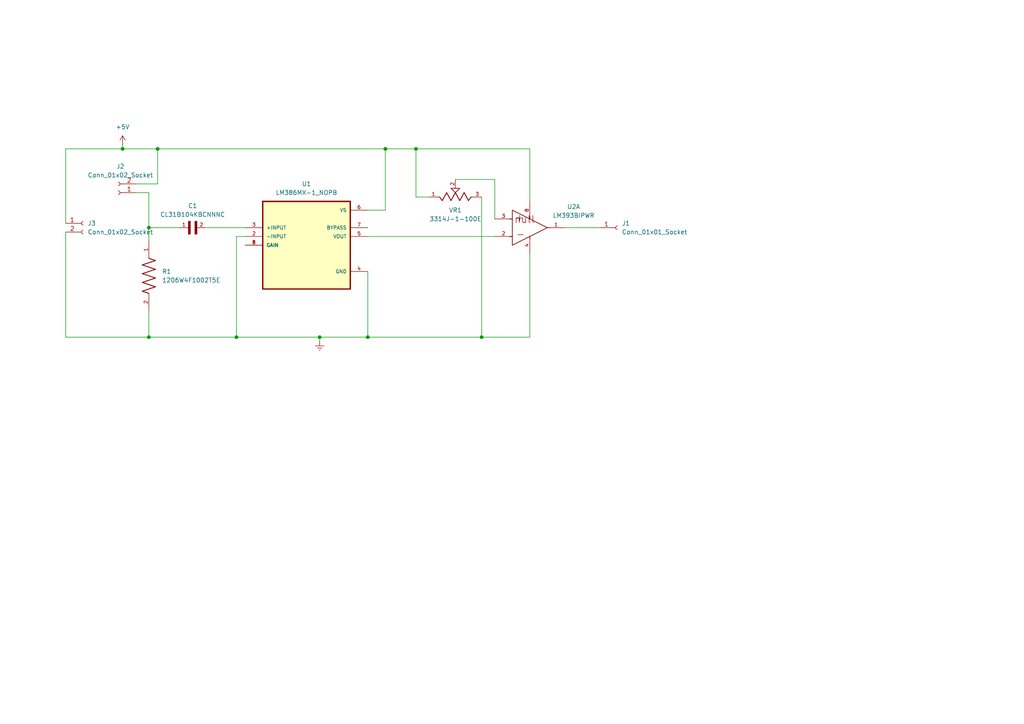
<source format=kicad_sch>
(kicad_sch (version 20250114) (generator "eeschema") (generator_version "9.0")
  (paper "A4")
  (lib_symbols
    (symbol "1206W4F1002T5E:1206W4F1002T5E" (pin_names (offset 1.016))
      (property "Reference" "R" (at -5.08 2.54 0))
      (property "Value" "1206W4F1002T5E" (at -5.08 -3.81 0))
      (symbol "1206W4F1002T5E_0_0"
        (polyline (pts (xy -5.08 0) (xy -4.445 1.905)) (stroke (width 0.254)))
        (polyline (pts (xy -4.445 1.905) (xy -3.175 -1.905)) (stroke (width 0.254)))
        (polyline (pts (xy -3.175 -1.905) (xy -1.905 1.905)) (stroke (width 0.254)))
        (polyline (pts (xy -1.905 1.905) (xy -0.635 -1.905)) (stroke (width 0.254)))
        (polyline (pts (xy -0.635 -1.905) (xy 0.635 1.905)) (stroke (width 0.254)))
        (polyline (pts (xy 0.635 1.905) (xy 1.905 -1.905)) (stroke (width 0.254)))
        (polyline (pts (xy 1.905 -1.905) (xy 3.175 1.905)) (stroke (width 0.254)))
        (polyline (pts (xy 3.175 1.905) (xy 4.445 -1.905)) (stroke (width 0.254)))
        (polyline (pts (xy 4.445 -1.905) (xy 5.08 0)) (stroke (width 0.254)))
        (pin passive line (at -10.16 0 0) (length 5.08) (name "~") (number "1"))
        (pin passive line (at 10.16 0 180) (length 5.08) (name "~") (number "2"))
      )
    )
    (symbol "3314J-1-100E:3314J-1-100E" (pin_names (offset 1.016))
      (property "Reference" "VR" (at -5.08 10.16 0))
      (property "Value" "3314J-1-100E" (at -5.08 -5.08 0))
      (symbol "3314J-1-100E_0_0"
        (polyline (pts (xy -4.572 0) (xy -5.08 0)) (stroke (width 0.1524)))
        (polyline (pts (xy -3.81 -1.016) (xy -4.572 0)) (stroke (width 0.254)))
        (polyline (pts (xy -2.54 1.27) (xy -3.81 -1.016)) (stroke (width 0.254)))
        (polyline (pts (xy -1.27 2.54) (xy 1.27 2.54)) (stroke (width 0.2032)))
        (polyline (pts (xy -1.27 -1.016) (xy -2.54 1.27)) (stroke (width 0.254)))
        (polyline (pts (xy 0 1.27) (xy -1.27 2.54)) (stroke (width 0.2032)))
        (polyline (pts (xy 0 1.27) (xy -1.27 -1.016)) (stroke (width 0.254)))
        (polyline (pts (xy 1.27 2.54) (xy 0 1.27)) (stroke (width 0.2032)))
        (polyline (pts (xy 1.27 -1.016) (xy 0 1.27)) (stroke (width 0.254)))
        (polyline (pts (xy 2.54 1.27) (xy 1.27 -1.016)) (stroke (width 0.254)))
        (polyline (pts (xy 3.81 -1.016) (xy 2.54 1.27)) (stroke (width 0.254)))
        (polyline (pts (xy 4.572 0) (xy 3.81 -1.016)) (stroke (width 0.254)))
        (polyline (pts (xy 5.08 0) (xy 4.572 0)) (stroke (width 0.1524)))
        (pin passive line (at -7.62 0 0) (length 2.54) (name "~") (number "1"))
        (pin passive line (at 0 5.08 270) (length 2.54) (name "~") (number "2"))
        (pin passive line (at 7.62 0 180) (length 2.54) (name "~") (number "3"))
      )
    )
    (symbol "CL31B104KBCNNNC:CL31B104KBCNNNC" (pin_names (offset 1.016))
      (property "Reference" "C" (at 0 3.8109 0))
      (property "Value" "CL31B104KBCNNNC" (at 0 -5.0885 0))
      (symbol "CL31B104KBCNNNC_0_0"
        (rectangle (start 0 -1.9069) (end 0.635 1.905) (stroke (width 0.1)) (fill (type outline)))
        (rectangle (start 1.9069 -1.9069) (end 2.54 1.905) (stroke (width 0.1)) (fill (type outline)))
        (pin passive line (at -2.54 0 0) (length 2.54) (name "~") (number "1"))
        (pin passive line (at 5.08 0 180) (length 2.54) (name "~") (number "2"))
      )
    )
    (symbol "Connector:Conn_01x01_Socket" (pin_names (offset 1.016) (hide yes))
      (property "Reference" "J" (at 0 2.54 0))
      (property "Value" "Conn_01x01_Socket" (at 0 -2.54 0))
      (symbol "Conn_01x01_Socket_1_1"
        (polyline (pts (xy -1.27 0) (xy -0.508 0)) (stroke (width 0.1524)))
        (arc (start 0 -0.508) (mid -0.5058 0) (end 0 0.508) (stroke (width 0.1524)))
        (pin passive line (at -5.08 0 0) (length 3.81) (name "Pin_1") (number "1"))
      )
    )
    (symbol "Connector:Conn_01x02_Socket" (pin_names (offset 1.016) (hide yes))
      (property "Reference" "J" (at 0 2.54 0))
      (property "Value" "Conn_01x02_Socket" (at 0 -5.08 0))
      (symbol "Conn_01x02_Socket_1_1"
        (polyline (pts (xy -1.27 0) (xy -0.508 0)) (stroke (width 0.1524)))
        (polyline (pts (xy -1.27 -2.54) (xy -0.508 -2.54)) (stroke (width 0.1524)))
        (arc (start 0 -0.508) (mid -0.5058 0) (end 0 0.508) (stroke (width 0.1524)))
        (arc (start 0 -3.048) (mid -0.5058 -2.54) (end 0 -2.032) (stroke (width 0.1524)))
        (pin passive line (at -5.08 0 0) (length 3.81) (name "Pin_1") (number "1"))
        (pin passive line (at -5.08 -2.54 0) (length 3.81) (name "Pin_2") (number "2"))
      )
    )
    (symbol "LM386MX-1_NOPB:LM386MX-1_NOPB" (pin_names (offset 1.016))
      (property "Reference" "U" (at -12.7 13.7 0))
      (property "Value" "LM386MX-1_NOPB" (at -12.7 -16.7 0))
      (symbol "LM386MX-1_NOPB_0_0"
        (rectangle (start -12.7 -12.7) (end 12.7 12.7) (stroke (width 0.41)) (fill (type background)))
        (pin input line (at -17.78 5.08 0) (length 5.08) (name "+INPUT") (number "3"))
        (pin input line (at -17.78 2.54 0) (length 5.08) (name "-INPUT") (number "2"))
        (pin input line (at -17.78 0 0) (length 5.08) (name "GAIN") (number "1"))
        (pin input line (at -17.78 0 0) (length 5.08) (name "GAIN") (number "8"))
        (pin power_in line (at 17.78 10.16 180) (length 5.08) (name "VS") (number "6"))
        (pin output line (at 17.78 5.08 180) (length 5.08) (name "BYPASS") (number "7"))
        (pin output line (at 17.78 2.54 180) (length 5.08) (name "VOUT") (number "5"))
        (pin power_in line (at 17.78 -7.62 180) (length 5.08) (name "GND") (number "4"))
      )
    )
    (symbol "LM393BIPWR:LM393BIPWR" (pin_names (offset 1.016))
      (property "Reference" "U" (at -4.7244 1.4986 0))
      (symbol "LM393BIPWR_1_0"
        (polyline (pts (xy 5.08 2.54) (xy 10.16 0)) (stroke (width 0.2032)))
        (polyline (pts (xy 5.08 0) (xy 4.318 0)) (stroke (width 0.2032)))
        (polyline (pts (xy 5.08 0) (xy 5.08 2.54)) (stroke (width 0.2032)))
        (polyline (pts (xy 5.08 -5.08) (xy 4.318 -5.08)) (stroke (width 0.2032)))
        (polyline (pts (xy 5.08 -5.08) (xy 5.08 0)) (stroke (width 0.2032)))
        (polyline (pts (xy 5.08 -7.62) (xy 5.08 -5.08)) (stroke (width 0.2032)))
        (polyline (pts (xy 5.08 -7.62) (xy 10.16 -5.08)) (stroke (width 0.2032)))
        (polyline (pts (xy 10.16 0) (xy 10.16 0.762)) (stroke (width 0.2032)))
        (polyline (pts (xy 10.16 0) (xy 15.24 -2.54)) (stroke (width 0.2032)))
        (polyline (pts (xy 10.16 -5.08) (xy 10.16 -5.842)) (stroke (width 0.2032)))
        (polyline (pts (xy 10.16 -5.08) (xy 15.24 -2.54)) (stroke (width 0.2032)))
        (polyline (pts (xy 15.24 -2.54) (xy 16.002 -2.54)) (stroke (width 0.2032)))
        (text "null" (at 5.588 -1.3208 0) (effects (font (size 2.0828 2.0828)) (justify left bottom)))
        (text "+" (at 5.842 -0.8128 0) (effects (font (size 2.0828 2.0828)) (justify left bottom)))
        (text "-" (at 6.096 -5.6388 0) (effects (font (size 2.0828 2.0828)) (justify left bottom)))
        (pin tri_state line (at 0 0 0) (length 5.08) (name "~") (number "3"))
        (pin tri_state line (at 0 -5.08 0) (length 5.08) (name "~") (number "2"))
        (pin power_in line (at 10.16 5.08 270) (length 5.08) (name "~") (number "8"))
        (pin power_in line (at 10.16 -10.16 90) (length 5.08) (name "~") (number "4"))
        (pin output line (at 20.32 -2.54 180) (length 5.08) (name "~") (number "1"))
      )
      (symbol "LM393BIPWR_2_0"
        (polyline (pts (xy 5.08 2.54) (xy 12.7 -2.54)) (stroke (width 0.2032)))
        (polyline (pts (xy 5.08 0) (xy 4.318 0)) (stroke (width 0.2032)))
        (polyline (pts (xy 5.08 0) (xy 5.08 2.54)) (stroke (width 0.2032)))
        (polyline (pts (xy 5.08 -5.08) (xy 4.318 -5.08)) (stroke (width 0.2032)))
        (polyline (pts (xy 5.08 -5.08) (xy 5.08 0)) (stroke (width 0.2032)))
        (polyline (pts (xy 5.08 -7.62) (xy 5.08 -5.08)) (stroke (width 0.2032)))
        (polyline (pts (xy 5.08 -7.62) (xy 12.7 -2.54)) (stroke (width 0.2032)))
        (polyline (pts (xy 12.7 -2.54) (xy 13.462 -2.54)) (stroke (width 0.2032)))
        (text "+" (at 5.588 -0.8128 0) (effects (font (size 2.0828 2.0828)) (justify left bottom)))
        (text "null" (at 5.588 -1.3208 0) (effects (font (size 2.0828 2.0828)) (justify left bottom)))
        (text "-" (at 5.842 -5.8928 0) (effects (font (size 2.0828 2.0828)) (justify left bottom)))
        (pin tri_state line (at 0 0 0) (length 5.08) (name "~") (number "5"))
        (pin tri_state line (at 0 -5.08 0) (length 5.08) (name "~") (number "6"))
        (pin output line (at 17.78 -2.54 180) (length 5.08) (name "~") (number "7"))
      )
    )
    (symbol "power:+5V" (power) (pin_numbers (hide yes)) (pin_names (offset 0) (hide yes))
      (property "Value" "+5V" (at 0 3.556 0))
      (symbol "+5V_0_1"
        (polyline (pts (xy -0.762 1.27) (xy 0 2.54)))
        (polyline (pts (xy 0 2.54) (xy 0.762 1.27)))
        (polyline (pts (xy 0 0) (xy 0 2.54)))
      )
      (symbol "+5V_1_1"
        (pin power_in line (at 0 0 90) (length 0) (name "~") (number "1"))
      )
    )
    (symbol "power:Earth" (power) (pin_numbers (hide yes)) (pin_names (offset 0) (hide yes))
      (property "Value" "Earth" (at 0 -3.81 0))
      (symbol "Earth_0_1"
        (polyline (pts (xy -0.635 -1.905) (xy 0.635 -1.905)))
        (polyline (pts (xy -0.127 -2.54) (xy 0.127 -2.54)))
        (polyline (pts (xy 0 -1.27) (xy 0 0)))
        (polyline (pts (xy 1.27 -1.27) (xy -1.27 -1.27)))
      )
      (symbol "Earth_1_1"
        (pin power_in line (at 0 0 270) (length 0) (name "~") (number "1"))
      )
    )
  )
  (junction (at 68.58 97.79))
  (junction (at 106.68 97.79))
  (junction (at 139.7 97.79))
  (junction (at 45.72 43.18))
  (junction (at 35.56 43.18))
  (junction (at 43.18 97.79))
  (junction (at 111.76 43.18))
  (junction (at 43.18 66.04))
  (junction (at 92.71 97.79))
  (junction (at 120.65 43.18))
  (wire (pts (xy 19.05 97.79) (xy 43.18 97.79)))
  (wire (pts (xy 43.18 97.79) (xy 68.58 97.79)))
  (wire (pts (xy 120.65 57.15) (xy 120.65 43.18)))
  (wire (pts (xy 139.7 57.15) (xy 139.7 97.79)))
  (wire (pts (xy 19.05 43.18) (xy 19.05 64.77)))
  (wire (pts (xy 43.18 90.17) (xy 43.18 97.79)))
  (wire (pts (xy 71.12 68.58) (xy 68.58 68.58)))
  (wire (pts (xy 111.76 43.18) (xy 111.76 60.96)))
  (wire (pts (xy 43.18 66.04) (xy 43.18 69.85)))
  (wire (pts (xy 39.37 55.88) (xy 43.18 55.88)))
  (wire (pts (xy 106.68 97.79) (xy 92.71 97.79)))
  (wire (pts (xy 45.72 43.18) (xy 45.72 53.34)))
  (wire (pts (xy 153.67 43.18) (xy 120.65 43.18)))
  (wire (pts (xy 143.51 52.07) (xy 143.51 63.5)))
  (wire (pts (xy 68.58 68.58) (xy 68.58 97.79)))
  (wire (pts (xy 106.68 78.74) (xy 106.68 97.79)))
  (wire (pts (xy 39.37 53.34) (xy 45.72 53.34)))
  (wire (pts (xy 43.18 55.88) (xy 43.18 66.04)))
  (wire (pts (xy 59.69 66.04) (xy 71.12 66.04)))
  (wire (pts (xy 68.58 97.79) (xy 92.71 97.79)))
  (wire (pts (xy 153.67 58.42) (xy 153.67 43.18)))
  (wire (pts (xy 92.71 97.79) (xy 92.71 99.06)))
  (wire (pts (xy 120.65 57.15) (xy 124.46 57.15)))
  (wire (pts (xy 153.67 73.66) (xy 153.67 97.79)))
  (wire (pts (xy 111.76 43.18) (xy 45.72 43.18)))
  (wire (pts (xy 35.56 43.18) (xy 35.56 41.91)))
  (wire (pts (xy 19.05 43.18) (xy 35.56 43.18)))
  (wire (pts (xy 106.68 68.58) (xy 143.51 68.58)))
  (wire (pts (xy 43.18 66.04) (xy 52.07 66.04)))
  (wire (pts (xy 139.7 97.79) (xy 106.68 97.79)))
  (wire (pts (xy 106.68 60.96) (xy 111.76 60.96)))
  (wire (pts (xy 120.65 43.18) (xy 111.76 43.18)))
  (wire (pts (xy 45.72 43.18) (xy 35.56 43.18)))
  (wire (pts (xy 163.83 66.04) (xy 173.99 66.04)))
  (wire (pts (xy 153.67 97.79) (xy 139.7 97.79)))
  (wire (pts (xy 19.05 67.31) (xy 19.05 97.79)))
  (wire (pts (xy 132.08 52.07) (xy 143.51 52.07)))
  (symbol (lib_id "Connector:Conn_01x02_Socket") (at 34.29 55.88 180) (unit 1) (in_bom no)
    (property "Reference" "J2" (at 34.925 48.26 0))
    (property "Value" "Conn_01x02_Socket" (at 34.925 50.8 0))
    (property "Footprint" "Connector_Wire:SolderWire-0.5sqmm_1x02_P4.6mm_D0.9mm_OD2.1mm" (effects (hide yes)))
    (property "Description" "Generic connector, single row, 01x02, script generated" (effects (hide yes)))
  )
  (symbol (lib_id "LM386MX-1_NOPB:LM386MX-1_NOPB") (at 88.9 71.12 0) (unit 1)
    (property "Reference" "U1" (at 88.9 53.34 0))
    (property "Value" "LM386MX-1_NOPB" (at 88.9 55.88 0))
    (property "Footprint" "LM386MX-1_NOPB:SOIC127P599X175-8N" (effects (hide yes)))
    (property "MF" "Texas Instruments" (effects (hide yes)))
    (property "Description_1" "700-mW, mono, 5- to 18-V, analog input Class-AB audio amplifier" (effects (hide yes)))
    (property "Package" "SOIC-8 Texas Instruments" (effects (hide yes)))
    (property "Price" "None" (effects (hide yes)))
    (property "SnapEDA_Link" "https://www.snapeda.com/parts/LM386MX-1/NOPB/Texas+Instruments/view-part/?ref=snap" (effects (hide yes)))
    (property "MP" "LM386MX-1/NOPB" (effects (hide yes)))
    (property "Availability" "In Stock" (effects (hide yes)))
    (property "Check_prices" "https://www.snapeda.com/parts/LM386MX-1/NOPB/Texas+Instruments/view-part/?ref=eda" (effects (hide yes)))
  )
  (symbol (lib_id "Connector:Conn_01x02_Socket") (at 24.13 64.77 0) (unit 1) (in_bom no)
    (property "Reference" "J3" (at 25.4 64.7699 0) (effects (justify left)))
    (property "Value" "Conn_01x02_Socket" (at 25.4 67.3099 0) (effects (justify left)))
    (property "Footprint" "Connector_Wire:SolderWire-0.1sqmm_1x02_P3.6mm_D0.4mm_OD1mm" (effects (hide yes)))
    (property "Description" "Generic connector, single row, 01x02, script generated" (effects (hide yes)))
  )
  (symbol (lib_id "CL31B104KBCNNNC:CL31B104KBCNNNC") (at 54.61 66.04 0) (unit 1)
    (property "Reference" "C1" (at 55.88 59.69 0))
    (property "Value" "CL31B104KBCNNNC" (at 55.88 62.23 0))
    (property "Footprint" "CL31B104KBCNNNC:CAPC3216X100N" (effects (hide yes)))
    (property "L1_min" "0.2" (effects (hide yes)))
    (property "Check_prices" "https://www.snapeda.com/parts/CL31B104KBCNNNC/Samsung/view-part/?ref=eda" (effects (hide yes)))
    (property "Package" "SMD-2 Samsung" (effects (hide yes)))
    (property "SnapEDA_Link" "https://www.snapeda.com/parts/CL31B104KBCNNNC/Samsung/view-part/?ref=snap" (effects (hide yes)))
    (property "STANDARD" "IPC 7351B" (effects (hide yes)))
    (property "E_min" "1.45" (effects (hide yes)))
    (property "MF" "Samsung Electro-Mechanics" (effects (hide yes)))
    (property "D_min" "3.05" (effects (hide yes)))
    (property "D_nom" "3.2" (effects (hide yes)))
    (property "L_min" "0.2" (effects (hide yes)))
    (property "E_max" "1.75" (effects (hide yes)))
    (property "L_max" "0.8" (effects (hide yes)))
    (property "A_max" "1.0" (effects (hide yes)))
    (property "L1_nom" "0.5" (effects (hide yes)))
    (property "Description_1" "Ceramic capacitor SMD 1206 100 nF 50 V 10 % Samsung Electro-Mechanics CL31B104KBCNNNC 4000 pc(s)" (effects (hide yes)))
    (property "D_max" "3.35" (effects (hide yes)))
    (property "A_nom" "1.0" (effects (hide yes)))
    (property "L1_max" "0.8" (effects (hide yes)))
    (property "A_min" "1.0" (effects (hide yes)))
    (property "Availability" "In Stock" (effects (hide yes)))
    (property "MP" "CL31B104KBCNNNC" (effects (hide yes)))
    (property "E_nom" "1.6" (effects (hide yes)))
    (property "MANUFACTURER" "Samsung Electro-Mechanics" (effects (hide yes)))
    (property "Price" "None" (effects (hide yes)))
    (property "L_nom" "0.5" (effects (hide yes)))
  )
  (symbol (lib_id "1206W4F1002T5E:1206W4F1002T5E") (at 43.18 80.01 270) (unit 1)
    (property "Reference" "R1" (at 46.99 78.7399 90) (effects (justify left)))
    (property "Value" "1206W4F1002T5E" (at 46.99 81.2799 90) (effects (justify left)))
    (property "Footprint" "1206W4F1002T5E:RESC3115X65N" (effects (hide yes)))
    (property "MF" "Uni-Royal" (effects (hide yes)))
    (property "MAXIMUM_PACKAGE_HEIGHT" "0.65mm" (effects (hide yes)))
    (property "Package" "1206-2 ROYAL" (effects (hide yes)))
    (property "Price" "None" (effects (hide yes)))
    (property "Check_prices" "https://www.snapeda.com/parts/1206W4F1002T5E/Uni-Royal/view-part/?ref=eda" (effects (hide yes)))
    (property "STANDARD" "IPC-7351B" (effects (hide yes)))
    (property "PARTREV" "V3" (effects (hide yes)))
    (property "SnapEDA_Link" "https://www.snapeda.com/parts/1206W4F1002T5E/Uni-Royal/view-part/?ref=snap" (effects (hide yes)))
    (property "MP" "1206W4F1002T5E" (effects (hide yes)))
    (property "Description_1" "10K Ohm 1/4W Thick Film Resistor 1206 Chip - Surface Mount" (effects (hide yes)))
    (property "Availability" "Not in stock" (effects (hide yes)))
    (property "MANUFACTURER" "Uni-Royal" (effects (hide yes)))
  )
  (symbol (lib_id "3314J-1-100E:3314J-1-100E") (at 132.08 57.15 0) (unit 1)
    (property "Reference" "VR1" (at 132.08 60.96 0))
    (property "Value" "3314J-1-100E" (at 132.08 63.5 0))
    (property "Footprint" "3314J-1-100E:TRIM_3314J-1-100E" (effects (hide yes)))
    (property "MF" "Bourns" (effects (hide yes)))
    (property "Description_1" "10 Ohms 0.25W, 1/4W J Lead Surface Mount Trimmer Potentiometer Cermet 1.0 Turn Top Adjustment" (effects (hide yes)))
    (property "Package" "NON STANDARD-4 Bourns" (effects (hide yes)))
    (property "Price" "None" (effects (hide yes)))
    (property "Check_prices" "https://www.snapeda.com/parts/3314J-1-100E/Bourns/view-part/?ref=eda" (effects (hide yes)))
    (property "STANDARD" "Manufacturer Recommendation" (effects (hide yes)))
    (property "SnapEDA_Link" "https://www.snapeda.com/parts/3314J-1-100E/Bourns/view-part/?ref=snap" (effects (hide yes)))
    (property "MP" "3314J-1-100E" (effects (hide yes)))
    (property "Availability" "In Stock" (effects (hide yes)))
    (property "MANUFACTURER" "Bourns" (effects (hide yes)))
  )
  (symbol (lib_id "LM393BIPWR:LM393BIPWR") (at 143.51 63.5 0) (unit 1)
    (property "Reference" "U2" (at 166.37 59.9692 0))
    (property "Value" "LM393BIPWR" (at 166.37 62.5092 0))
    (property "Footprint" "LM393BIPWR:PW0008A-IPC_A" (effects (hide yes)))
    (property "DigiKey_Part_Number" "296-LM393BIPWRCT-ND" (effects (hide yes)))
    (property "SnapEDA_Link" "https://www.snapeda.com/parts/LM393BIPWR/Texas+Instruments/view-part/?ref=snap" (effects (hide yes)))
    (property "Description_1" "Dual commercial grade standard comparator" (effects (hide yes)))
    (property "Package" "TSSOP-8 Texas Instruments" (effects (hide yes)))
    (property "Check_prices" "https://www.snapeda.com/parts/LM393BIPWR/Texas+Instruments/view-part/?ref=eda" (effects (hide yes)))
    (property "VALUE" "Value" (effects (hide yes)))
    (property "MF" "Texas Instruments" (effects (hide yes)))
    (property "MP" "LM393BIPWR" (effects (hide yes)))
    (property "PARTNUMBER" "LM393BIPWR" (effects (hide yes)))
    (property "REFDES" "RefDes" (effects (hide yes)))
    (property "TYPE" "TYPE" (effects (hide yes)))
    (property "MANUFACTURER" "Texas Instruments" (effects (hide yes)))
  )
  (symbol (lib_id "power:+5V") (at 35.56 41.91 0) (unit 1)
    (property "Reference" "#PWR03" (effects (hide yes)))
    (property "Value" "+5V" (at 35.56 36.83 0))
    (property "Description" "Power symbol creates a global label with name \"+5V\"" (effects (hide yes)))
  )
  (symbol (lib_id "Connector:Conn_01x01_Socket") (at 179.07 66.04 0) (unit 1) (in_bom no)
    (property "Reference" "J1" (at 180.34 64.7699 0) (effects (justify left)))
    (property "Value" "Conn_01x01_Socket" (at 180.34 67.3099 0) (effects (justify left)))
    (property "Footprint" "Connector_Wire:SolderWire-0.1sqmm_1x01_D0.4mm_OD1mm" (effects (hide yes)))
    (property "Description" "Generic connector, single row, 01x01, script generated" (effects (hide yes)))
  )
  (symbol (lib_id "power:Earth") (at 92.71 99.06 0) (unit 1)
    (property "Reference" "#PWR05" (effects (hide yes)))
    (property "Value" "GND" (effects (hide yes)))
    (property "Description" "Power symbol creates a global label with name \"Earth\"" (effects (hide yes)))
  )
)
</source>
